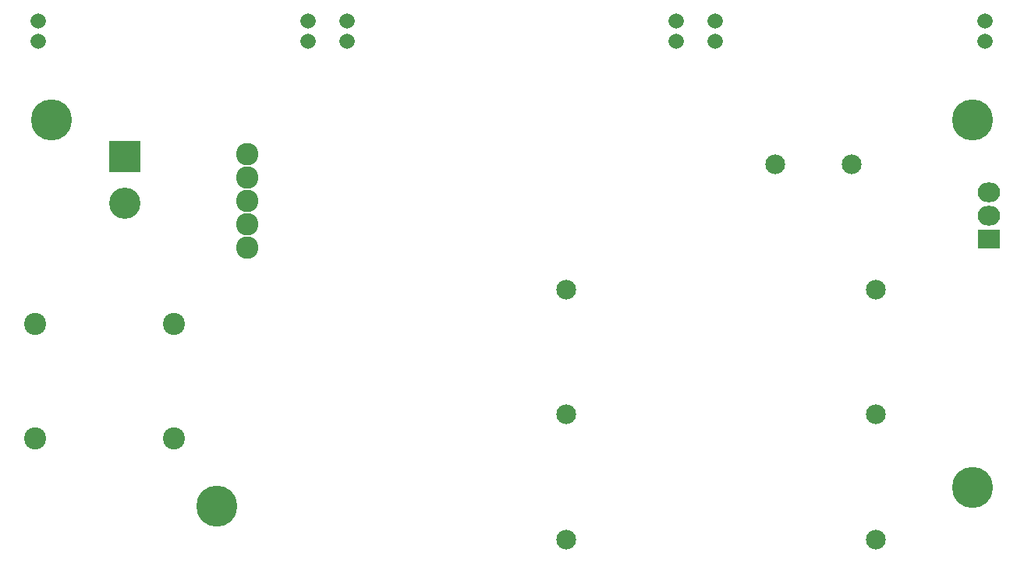
<source format=gbr>
G04 #@! TF.FileFunction,Soldermask,Bot*
%FSLAX46Y46*%
G04 Gerber Fmt 4.6, Leading zero omitted, Abs format (unit mm)*
G04 Created by KiCad (PCBNEW 4.0.1-stable) date 2017-04-28 7:38:59 AM*
%MOMM*%
G01*
G04 APERTURE LIST*
%ADD10C,0.100000*%
%ADD11C,2.150000*%
%ADD12C,2.400000*%
%ADD13R,2.432000X2.127200*%
%ADD14O,2.432000X2.127200*%
%ADD15C,1.670000*%
%ADD16R,3.400000X3.400000*%
%ADD17C,3.400000*%
%ADD18C,2.432000*%
%ADD19C,4.464000*%
G04 APERTURE END LIST*
D10*
D11*
X136865900Y-48849500D03*
X128610900Y-48849500D03*
D12*
X63300000Y-78650000D03*
X63300000Y-66150000D03*
X48300000Y-78650000D03*
X48300000Y-66150000D03*
D13*
X151800000Y-57000000D03*
D14*
X151800000Y-54460000D03*
X151800000Y-51920000D03*
D15*
X77927400Y-33237000D03*
X48615800Y-33237000D03*
X77927400Y-35497600D03*
X48615800Y-35497600D03*
X151384200Y-33237000D03*
X122072600Y-33237000D03*
X151384200Y-35497600D03*
X122072600Y-35497600D03*
D16*
X58000000Y-48000000D03*
D17*
X58000000Y-53080000D03*
D15*
X117830800Y-33237000D03*
X82169200Y-33237000D03*
X117830800Y-35497600D03*
X82169200Y-35497600D03*
D18*
X71270000Y-57930000D03*
X71270000Y-55390000D03*
X71270000Y-52850000D03*
X71270000Y-50310000D03*
X71270000Y-47770000D03*
D19*
X50000000Y-44000000D03*
X150000000Y-44000000D03*
X150000000Y-84000000D03*
X68000000Y-86000000D03*
D11*
X105910900Y-62449000D03*
X139565900Y-62449000D03*
X105910900Y-76049000D03*
X139565900Y-76049000D03*
X105910900Y-89649000D03*
X139565900Y-89649000D03*
M02*

</source>
